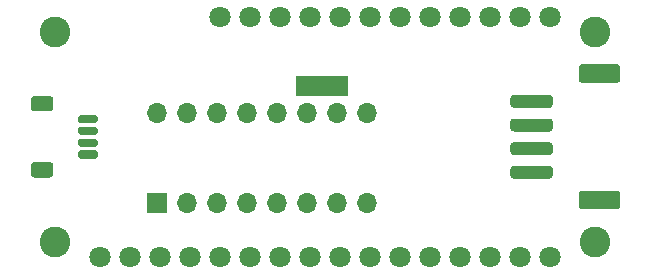
<source format=gbr>
%TF.GenerationSoftware,KiCad,Pcbnew,(5.1.6-0-10_14)*%
%TF.CreationDate,2021-12-01T19:00:34-08:00*%
%TF.ProjectId,NAU7802_Dual_24-bit_ADC_DIP,4e415537-3830-4325-9f44-75616c5f3234,v02_DIP*%
%TF.SameCoordinates,Original*%
%TF.FileFunction,Soldermask,Bot*%
%TF.FilePolarity,Negative*%
%FSLAX46Y46*%
G04 Gerber Fmt 4.6, Leading zero omitted, Abs format (unit mm)*
G04 Created by KiCad (PCBNEW (5.1.6-0-10_14)) date 2021-12-01 19:00:34*
%MOMM*%
%LPD*%
G01*
G04 APERTURE LIST*
%ADD10C,1.801600*%
%ADD11C,2.601600*%
%ADD12R,2.200000X1.700000*%
%ADD13R,1.701600X1.701600*%
%ADD14O,1.701600X1.701600*%
G04 APERTURE END LIST*
D10*
%TO.C,M1*%
X172720000Y-91440000D03*
X170180000Y-91440000D03*
X167640000Y-91440000D03*
X165100000Y-91440000D03*
X162560000Y-91440000D03*
X160020000Y-91440000D03*
X157480000Y-91440000D03*
X154940000Y-91440000D03*
X152400000Y-91440000D03*
X149860000Y-91440000D03*
X147320000Y-91440000D03*
X144780000Y-91440000D03*
X172720000Y-111760000D03*
X170180000Y-111760000D03*
X167640000Y-111760000D03*
X165100000Y-111760000D03*
X162560000Y-111760000D03*
X160020000Y-111760000D03*
X157480000Y-111760000D03*
X154940000Y-111760000D03*
X152400000Y-111760000D03*
X149860000Y-111760000D03*
X147320000Y-111760000D03*
X144780000Y-111760000D03*
X142240000Y-111760000D03*
X139700000Y-111760000D03*
X137160000Y-111760000D03*
X134620000Y-111760000D03*
%TD*%
D11*
%TO.C,REF\u002A\u002A*%
X130810000Y-110490000D03*
%TD*%
%TO.C,REF\u002A\u002A*%
X176530000Y-92710000D03*
%TD*%
%TO.C,REF*%
X176530000Y-110490000D03*
%TD*%
%TO.C,REF\u002A\u002A*%
X130810000Y-92710000D03*
%TD*%
%TO.C,J2*%
G36*
G01*
X175406133Y-106149200D02*
X178373867Y-106149200D01*
G75*
G02*
X178640800Y-106416133I0J-266933D01*
G01*
X178640800Y-107483867D01*
G75*
G02*
X178373867Y-107750800I-266933J0D01*
G01*
X175406133Y-107750800D01*
G75*
G02*
X175139200Y-107483867I0J266933D01*
G01*
X175139200Y-106416133D01*
G75*
G02*
X175406133Y-106149200I266933J0D01*
G01*
G37*
G36*
G01*
X175406133Y-95449200D02*
X178373867Y-95449200D01*
G75*
G02*
X178640800Y-95716133I0J-266933D01*
G01*
X178640800Y-96783867D01*
G75*
G02*
X178373867Y-97050800I-266933J0D01*
G01*
X175406133Y-97050800D01*
G75*
G02*
X175139200Y-96783867I0J266933D01*
G01*
X175139200Y-95716133D01*
G75*
G02*
X175406133Y-95449200I266933J0D01*
G01*
G37*
G36*
G01*
X169614600Y-104049200D02*
X172665400Y-104049200D01*
G75*
G02*
X172940800Y-104324600I0J-275400D01*
G01*
X172940800Y-104875400D01*
G75*
G02*
X172665400Y-105150800I-275400J0D01*
G01*
X169614600Y-105150800D01*
G75*
G02*
X169339200Y-104875400I0J275400D01*
G01*
X169339200Y-104324600D01*
G75*
G02*
X169614600Y-104049200I275400J0D01*
G01*
G37*
G36*
G01*
X169614600Y-102049200D02*
X172665400Y-102049200D01*
G75*
G02*
X172940800Y-102324600I0J-275400D01*
G01*
X172940800Y-102875400D01*
G75*
G02*
X172665400Y-103150800I-275400J0D01*
G01*
X169614600Y-103150800D01*
G75*
G02*
X169339200Y-102875400I0J275400D01*
G01*
X169339200Y-102324600D01*
G75*
G02*
X169614600Y-102049200I275400J0D01*
G01*
G37*
G36*
G01*
X169614600Y-100049200D02*
X172665400Y-100049200D01*
G75*
G02*
X172940800Y-100324600I0J-275400D01*
G01*
X172940800Y-100875400D01*
G75*
G02*
X172665400Y-101150800I-275400J0D01*
G01*
X169614600Y-101150800D01*
G75*
G02*
X169339200Y-100875400I0J275400D01*
G01*
X169339200Y-100324600D01*
G75*
G02*
X169614600Y-100049200I275400J0D01*
G01*
G37*
G36*
G01*
X169614600Y-98049200D02*
X172665400Y-98049200D01*
G75*
G02*
X172940800Y-98324600I0J-275400D01*
G01*
X172940800Y-98875400D01*
G75*
G02*
X172665400Y-99150800I-275400J0D01*
G01*
X169614600Y-99150800D01*
G75*
G02*
X169339200Y-98875400I0J275400D01*
G01*
X169339200Y-98324600D01*
G75*
G02*
X169614600Y-98049200I275400J0D01*
G01*
G37*
%TD*%
%TO.C,J4*%
G36*
G01*
X134222400Y-103450800D02*
X132921600Y-103450800D01*
G75*
G02*
X132746200Y-103275400I0J175400D01*
G01*
X132746200Y-102924600D01*
G75*
G02*
X132921600Y-102749200I175400J0D01*
G01*
X134222400Y-102749200D01*
G75*
G02*
X134397800Y-102924600I0J-175400D01*
G01*
X134397800Y-103275400D01*
G75*
G02*
X134222400Y-103450800I-175400J0D01*
G01*
G37*
G36*
G01*
X134222400Y-102450800D02*
X132921600Y-102450800D01*
G75*
G02*
X132746200Y-102275400I0J175400D01*
G01*
X132746200Y-101924600D01*
G75*
G02*
X132921600Y-101749200I175400J0D01*
G01*
X134222400Y-101749200D01*
G75*
G02*
X134397800Y-101924600I0J-175400D01*
G01*
X134397800Y-102275400D01*
G75*
G02*
X134222400Y-102450800I-175400J0D01*
G01*
G37*
G36*
G01*
X134222400Y-101450800D02*
X132921600Y-101450800D01*
G75*
G02*
X132746200Y-101275400I0J175400D01*
G01*
X132746200Y-100924600D01*
G75*
G02*
X132921600Y-100749200I175400J0D01*
G01*
X134222400Y-100749200D01*
G75*
G02*
X134397800Y-100924600I0J-175400D01*
G01*
X134397800Y-101275400D01*
G75*
G02*
X134222400Y-101450800I-175400J0D01*
G01*
G37*
G36*
G01*
X134222400Y-100450800D02*
X132921600Y-100450800D01*
G75*
G02*
X132746200Y-100275400I0J175400D01*
G01*
X132746200Y-99924600D01*
G75*
G02*
X132921600Y-99749200I175400J0D01*
G01*
X134222400Y-99749200D01*
G75*
G02*
X134397800Y-99924600I0J-175400D01*
G01*
X134397800Y-100275400D01*
G75*
G02*
X134222400Y-100450800I-175400J0D01*
G01*
G37*
G36*
G01*
X130376634Y-105050800D02*
X129017366Y-105050800D01*
G75*
G02*
X128746200Y-104779634I0J271166D01*
G01*
X128746200Y-104020366D01*
G75*
G02*
X129017366Y-103749200I271166J0D01*
G01*
X130376634Y-103749200D01*
G75*
G02*
X130647800Y-104020366I0J-271166D01*
G01*
X130647800Y-104779634D01*
G75*
G02*
X130376634Y-105050800I-271166J0D01*
G01*
G37*
G36*
G01*
X130376634Y-99450800D02*
X129017366Y-99450800D01*
G75*
G02*
X128746200Y-99179634I0J271166D01*
G01*
X128746200Y-98420366D01*
G75*
G02*
X129017366Y-98149200I271166J0D01*
G01*
X130376634Y-98149200D01*
G75*
G02*
X130647800Y-98420366I0J-271166D01*
G01*
X130647800Y-99179634D01*
G75*
G02*
X130376634Y-99450800I-271166J0D01*
G01*
G37*
%TD*%
D12*
%TO.C,SJ1*%
X152323800Y-97282000D03*
X154508200Y-97282000D03*
%TD*%
D13*
%TO.C,U1*%
X139446000Y-107188000D03*
D14*
X157226000Y-99568000D03*
X141986000Y-107188000D03*
X154686000Y-99568000D03*
X144526000Y-107188000D03*
X152146000Y-99568000D03*
X147066000Y-107188000D03*
X149606000Y-99568000D03*
X149606000Y-107188000D03*
X147066000Y-99568000D03*
X152146000Y-107188000D03*
X144526000Y-99568000D03*
X154686000Y-107188000D03*
X141986000Y-99568000D03*
X157226000Y-107188000D03*
X139446000Y-99568000D03*
%TD*%
M02*

</source>
